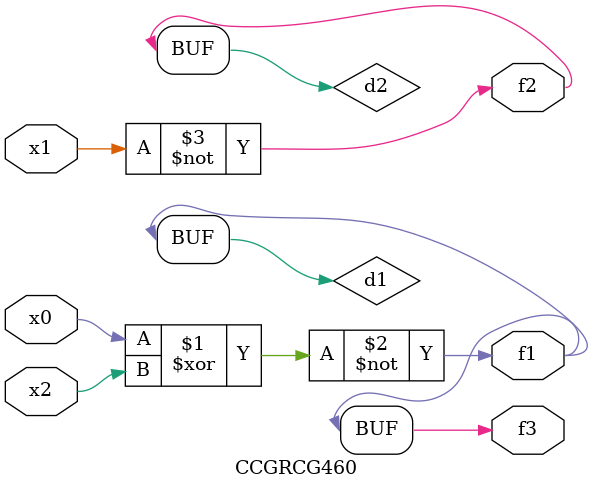
<source format=v>
module CCGRCG460(
	input x0, x1, x2,
	output f1, f2, f3
);

	wire d1, d2, d3;

	xnor (d1, x0, x2);
	nand (d2, x1);
	nor (d3, x1, x2);
	assign f1 = d1;
	assign f2 = d2;
	assign f3 = d1;
endmodule

</source>
